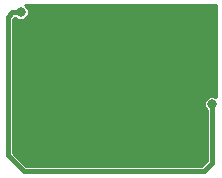
<source format=gbl>
G04 #@! TF.GenerationSoftware,KiCad,Pcbnew,(5.1.0-1558-g0ba0c1724)*
G04 #@! TF.CreationDate,2019-11-25T19:03:30-08:00*
G04 #@! TF.ProjectId,MP-Power,4d502d50-6f77-4657-922e-6b696361645f,rev?*
G04 #@! TF.SameCoordinates,Original*
G04 #@! TF.FileFunction,Copper,L2,Bot*
G04 #@! TF.FilePolarity,Positive*
%FSLAX46Y46*%
G04 Gerber Fmt 4.6, Leading zero omitted, Abs format (unit mm)*
G04 Created by KiCad (PCBNEW (5.1.0-1558-g0ba0c1724)) date 2019-11-25 19:03:30*
%MOMM*%
%LPD*%
G04 APERTURE LIST*
%ADD10C,0.500000*%
%ADD11R,3.200000X2.514000*%
%ADD12C,0.508000*%
%ADD13C,0.800000*%
%ADD14C,0.381000*%
%ADD15C,0.254000*%
G04 APERTURE END LIST*
D10*
X115000000Y-77800000D03*
X115000000Y-79200000D03*
X114000000Y-77800000D03*
X114000000Y-79200000D03*
X113000000Y-77800000D03*
X113000000Y-79200000D03*
D11*
X114000000Y-78500000D03*
D12*
X110050000Y-77500000D03*
X110050000Y-78250000D03*
X110050000Y-79000000D03*
X110050000Y-79750000D03*
X109300000Y-79750000D03*
X108550000Y-79750000D03*
X108550000Y-79000000D03*
X108550000Y-78250000D03*
X108550000Y-77500000D03*
X109300000Y-77500000D03*
X109300000Y-78250000D03*
X109300000Y-79000000D03*
X110800000Y-77500000D03*
X110800000Y-78250000D03*
X110800000Y-79000000D03*
X110800000Y-79750000D03*
D13*
X109000000Y-73100000D03*
X125222600Y-80900000D03*
D12*
X115750000Y-83500000D03*
X116500000Y-83500000D03*
X117250000Y-83500000D03*
X118000000Y-83500000D03*
X118750000Y-83500000D03*
X119750000Y-83500000D03*
X120500000Y-83500000D03*
X121250000Y-83500000D03*
X121750000Y-84000000D03*
X121750000Y-85500000D03*
X118750000Y-85500000D03*
X118750000Y-84500000D03*
X124250000Y-84000000D03*
X115750000Y-85000000D03*
X115750000Y-82750000D03*
D14*
X109000000Y-73100000D02*
X108300000Y-73100000D01*
X108300000Y-73100000D02*
X107900000Y-73500000D01*
X107900000Y-73500000D02*
X107900000Y-85200000D01*
X107900000Y-85200000D02*
X109300000Y-86600000D01*
X109300000Y-86600000D02*
X124500000Y-86600000D01*
X124500000Y-86600000D02*
X125222600Y-85877400D01*
X125222600Y-85877400D02*
X125222600Y-80900000D01*
D15*
G36*
X125521601Y-80284599D02*
G01*
X125501245Y-80271202D01*
X125282544Y-80214846D01*
X125057378Y-80232369D01*
X124850029Y-80321882D01*
X124682853Y-80473733D01*
X124573878Y-80671549D01*
X124534854Y-80893998D01*
X124569990Y-81117094D01*
X124675496Y-81316782D01*
X124753701Y-81390350D01*
X124753700Y-85683175D01*
X124305777Y-86131100D01*
X109494223Y-86131100D01*
X108368900Y-85005778D01*
X108368900Y-73694223D01*
X108494223Y-73568900D01*
X108508299Y-73568900D01*
X108617396Y-73671528D01*
X108823152Y-73764645D01*
X109047976Y-73786096D01*
X109267628Y-73733565D01*
X109458422Y-73612717D01*
X109599785Y-73436583D01*
X109676645Y-73223678D01*
X109678701Y-72988150D01*
X109605567Y-72773936D01*
X109467300Y-72595361D01*
X109365555Y-72528400D01*
X125521600Y-72528400D01*
X125521601Y-80284599D01*
X125521601Y-80284599D01*
G37*
X125521601Y-80284599D02*
X125501245Y-80271202D01*
X125282544Y-80214846D01*
X125057378Y-80232369D01*
X124850029Y-80321882D01*
X124682853Y-80473733D01*
X124573878Y-80671549D01*
X124534854Y-80893998D01*
X124569990Y-81117094D01*
X124675496Y-81316782D01*
X124753701Y-81390350D01*
X124753700Y-85683175D01*
X124305777Y-86131100D01*
X109494223Y-86131100D01*
X108368900Y-85005778D01*
X108368900Y-73694223D01*
X108494223Y-73568900D01*
X108508299Y-73568900D01*
X108617396Y-73671528D01*
X108823152Y-73764645D01*
X109047976Y-73786096D01*
X109267628Y-73733565D01*
X109458422Y-73612717D01*
X109599785Y-73436583D01*
X109676645Y-73223678D01*
X109678701Y-72988150D01*
X109605567Y-72773936D01*
X109467300Y-72595361D01*
X109365555Y-72528400D01*
X125521600Y-72528400D01*
X125521601Y-80284599D01*
M02*

</source>
